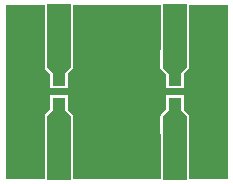
<source format=gtl>
G04 Layer_Physical_Order=1*
G04 Layer_Color=255*
%FSLAX44Y44*%
%MOMM*%
G71*
G01*
G75*
%ADD10R,1.1000X1.7000*%
%ADD11R,1.1000X1.1000*%
%ADD12R,2.0000X4.2500*%
%ADD13R,2.0000X4.0000*%
%ADD14C,0.5000*%
G36*
X155250Y55002D02*
Y39752D01*
X135250D01*
Y55002D01*
X141500Y61252D01*
X149000D01*
X155250Y55002D01*
D02*
G37*
G36*
X57250D02*
Y39752D01*
X37250D01*
Y55002D01*
X43500Y61252D01*
X51000D01*
X57250Y55002D01*
D02*
G37*
G36*
X189961Y2039D02*
X157250D01*
Y39555D01*
X157289Y39752D01*
Y55002D01*
X157134Y55782D01*
X156692Y56444D01*
X152750Y60386D01*
Y72501D01*
X137750D01*
Y60386D01*
X133808Y56444D01*
X133366Y55782D01*
X133211Y55002D01*
Y39752D01*
X133250Y39555D01*
Y2039D01*
X59250D01*
Y39555D01*
X59289Y39752D01*
Y55002D01*
X59134Y55782D01*
X58692Y56444D01*
X54750Y60386D01*
Y72501D01*
X39750D01*
Y60386D01*
X35808Y56444D01*
X35366Y55782D01*
X35211Y55002D01*
Y39752D01*
X35250Y39555D01*
Y2039D01*
X2039D01*
Y148711D01*
X35250D01*
Y111447D01*
X35211Y111250D01*
Y96000D01*
X35366Y95220D01*
X35808Y94558D01*
X39750Y90616D01*
Y78501D01*
X54750D01*
Y90616D01*
X58692Y94558D01*
X59134Y95220D01*
X59289Y96000D01*
Y111250D01*
X59250Y111447D01*
Y148711D01*
X133250D01*
Y111447D01*
X133211Y111250D01*
Y96000D01*
X133366Y95220D01*
X133808Y94558D01*
X137750Y90616D01*
Y78501D01*
X152750D01*
Y90616D01*
X156692Y94558D01*
X157134Y95220D01*
X157289Y96000D01*
Y111250D01*
X157250Y111447D01*
Y148711D01*
X189961D01*
Y2039D01*
D02*
G37*
G36*
X155250Y96000D02*
X149000Y89750D01*
X141500D01*
X135250Y96000D01*
Y111250D01*
X155250D01*
Y96000D01*
D02*
G37*
G36*
X57250D02*
X51000Y89750D01*
X43500D01*
X37250Y96000D01*
Y111250D01*
X57250D01*
Y96000D01*
D02*
G37*
D10*
X32500Y68001D02*
D03*
Y83001D02*
D03*
X62000D02*
D03*
Y68001D02*
D03*
X130500D02*
D03*
Y83001D02*
D03*
X160000D02*
D03*
Y68001D02*
D03*
D11*
X47250Y65001D02*
D03*
Y86001D02*
D03*
X145250Y65001D02*
D03*
Y86001D02*
D03*
D12*
X47250Y128501D02*
D03*
Y22501D02*
D03*
X145250Y128501D02*
D03*
X145250Y22501D02*
D03*
D13*
X74950Y129501D02*
D03*
X19550D02*
D03*
X19550Y21501D02*
D03*
X74950Y21501D02*
D03*
X172950Y129501D02*
D03*
X117550D02*
D03*
X117550Y21501D02*
D03*
X172950D02*
D03*
D14*
X129250Y96250D02*
D03*
Y103250D02*
D03*
X161250D02*
D03*
Y96250D02*
D03*
Y54752D02*
D03*
Y47752D02*
D03*
X129250D02*
D03*
Y54752D02*
D03*
X31250D02*
D03*
Y47752D02*
D03*
X63250D02*
D03*
Y54752D02*
D03*
X88000Y109250D02*
D03*
Y118500D02*
D03*
Y127750D02*
D03*
Y137000D02*
D03*
Y146250D02*
D03*
Y4752D02*
D03*
Y14002D02*
D03*
Y23252D02*
D03*
Y32502D02*
D03*
Y41752D02*
D03*
X63250Y96250D02*
D03*
Y103250D02*
D03*
X31250D02*
D03*
Y96250D02*
D03*
X73500Y101000D02*
D03*
X73500Y92500D02*
D03*
X73500Y84000D02*
D03*
X73500Y75500D02*
D03*
X73500Y50000D02*
D03*
X73500Y58500D02*
D03*
X73500Y67000D02*
D03*
X21000D02*
D03*
X21000Y58500D02*
D03*
X21000Y50000D02*
D03*
X21000Y75500D02*
D03*
X21000Y84000D02*
D03*
X21000Y92500D02*
D03*
X21000Y101000D02*
D03*
X119000D02*
D03*
X119000Y92500D02*
D03*
X119000Y84000D02*
D03*
X119000Y75500D02*
D03*
X119000Y50000D02*
D03*
Y58500D02*
D03*
X119000Y67000D02*
D03*
X171500D02*
D03*
X171500Y58500D02*
D03*
Y50000D02*
D03*
X171500Y75500D02*
D03*
X171500Y84000D02*
D03*
X171500Y92500D02*
D03*
X171500Y101000D02*
D03*
X186000Y41752D02*
D03*
X186000Y32502D02*
D03*
Y23252D02*
D03*
Y14002D02*
D03*
X186000Y4752D02*
D03*
X186000Y146250D02*
D03*
Y137000D02*
D03*
Y127750D02*
D03*
X186000Y118500D02*
D03*
Y109250D02*
D03*
X6500Y41752D02*
D03*
Y32502D02*
D03*
Y23252D02*
D03*
Y14002D02*
D03*
Y4752D02*
D03*
Y146250D02*
D03*
Y137000D02*
D03*
Y127750D02*
D03*
Y118500D02*
D03*
Y109250D02*
D03*
X104500Y41752D02*
D03*
X104500Y32502D02*
D03*
Y23252D02*
D03*
Y14002D02*
D03*
X104500Y4752D02*
D03*
X104500Y146250D02*
D03*
Y137000D02*
D03*
Y127750D02*
D03*
X104500Y118500D02*
D03*
Y109250D02*
D03*
M02*

</source>
